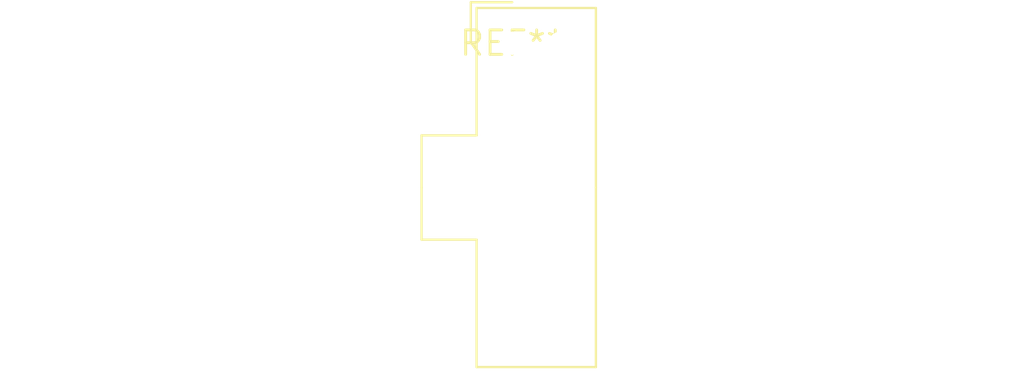
<source format=kicad_pcb>
(kicad_pcb (version 20240108) (generator pcbnew)
  (layers (0 "F.Cu" signal) (31 "B.Cu" signal) (34 "B.Paste" user) (35 "F.Paste" user) (36 "B.SilkS" user "B.Silkscreen") (37 "F.SilkS" user "F.Silkscreen") (38 "B.Mask" user) (39 "F.Mask" user) (44 "Edge.Cuts" user))
  (net 0 "")
  (footprint "Molex_Nano-Fit_105310-xx14_2x07_P2.50mm_Vertical" (layer "F.Cu") (at 0 0)
    (property "Reference" "REF**")
    (property "Value" "Molex_Nano-Fit_105310-xx14_2x07_P2.50mm_Vertical")
    (fp_line (start -4.71 4.79) (end -4.71 7.5) (layer "F.SilkS") (stroke (width 0.12)))
    (fp_line (start -4.71 10.21) (end -4.71 7.5) (layer "F.SilkS") (stroke (width 0.12)))
    (fp_line (start -2.15 -2.13) (end -2.15 0) (layer "F.SilkS") (stroke (width 0.12)))
    (fp_line (start -1.85 -1.83) (end -1.85 4.79) (layer "F.SilkS") (stroke (width 0.12)))
    (fp_line (start -1.85 4.79) (end -4.71 4.79) (layer "F.SilkS") (stroke (width 0.12)))
    (fp_line (start -1.85 10.21) (end -4.71 10.21) (layer "F.SilkS") (stroke (width 0.12)))
    (fp_line (start -1.85 16.83) (end -1.85 10.21) (layer "F.SilkS") (stroke (width 0.12)))
    (fp_line (start 0 -2.13) (end -2.15 -2.13) (layer "F.SilkS") (stroke (width 0.12)))
    (fp_line (start 4.35 -1.83) (end -1.85 -1.83) (layer "F.SilkS") (stroke (width 0.12)))
    (fp_line (start 4.35 7.5) (end 4.35 -1.83) (layer "F.SilkS") (stroke (width 0.12)))
    (fp_line (start 4.35 7.5) (end 4.35 16.83) (layer "F.SilkS") (stroke (width 0.12)))
    (fp_line (start 4.35 16.83) (end -1.85 16.83) (layer "F.SilkS") (stroke (width 0.12)))
    (pad "" np_thru_hole circle (at -1.34 6.25) (size 1.3 1.3) (drill 1.3) (layers *.Cu *.Mask))
    (pad "1" thru_hole roundrect (at 0 0) (size 1.7 1.7) (drill 1.2) (layers *.Cu *.Mask) (remove_unused_layers) (roundrect_rratio 0.147059))
    (pad "2" thru_hole circle (at 0 2.5) (size 1.7 1.7) (drill 1.2) (layers *.Cu *.Mask) (remove_unused_layers))
    (pad "3" thru_hole circle (at 0 5) (size 1.7 1.7) (drill 1.2) (layers *.Cu *.Mask) (remove_unused_layers))
    (pad "4" thru_hole circle (at 0 7.5) (size 1.7 1.7) (drill 1.2) (layers *.Cu *.Mask) (remove_unused_layers))
    (pad "5" thru_hole circle (at 0 10) (size 1.7 1.7) (drill 1.2) (layers *.Cu *.Mask) (remove_unused_layers))
    (pad "6" thru_hole circle (at 0 12.5) (size 1.7 1.7) (drill 1.2) (layers *.Cu *.Mask) (remove_unused_layers))
    (pad "7" thru_hole circle (at 0 15) (size 1.7 1.7) (drill 1.2) (layers *.Cu *.Mask) (remove_unused_layers))
    (pad "8" thru_hole circle (at 2.5 0) (size 1.7 1.7) (drill 1.2) (layers *.Cu *.Mask) (remove_unused_layers))
    (pad "9" thru_hole circle (at 2.5 2.5) (size 1.7 1.7) (drill 1.2) (layers *.Cu *.Mask) (remove_unused_layers))
    (pad "10" thru_hole circle (at 2.5 5) (size 1.7 1.7) (drill 1.2) (layers *.Cu *.Mask) (remove_unused_layers))
    (pad "11" thru_hole circle (at 2.5 7.5) (size 1.7 1.7) (drill 1.2) (layers *.Cu *.Mask) (remove_unused_layers))
    (pad "12" thru_hole circle (at 2.5 10) (size 1.7 1.7) (drill 1.2) (layers *.Cu *.Mask) (remove_unused_layers))
    (pad "13" thru_hole circle (at 2.5 12.5) (size 1.7 1.7) (drill 1.2) (layers *.Cu *.Mask) (remove_unused_layers))
    (pad "14" thru_hole circle (at 2.5 15) (size 1.7 1.7) (drill 1.2) (layers *.Cu *.Mask) (remove_unused_layers))
  )
)
</source>
